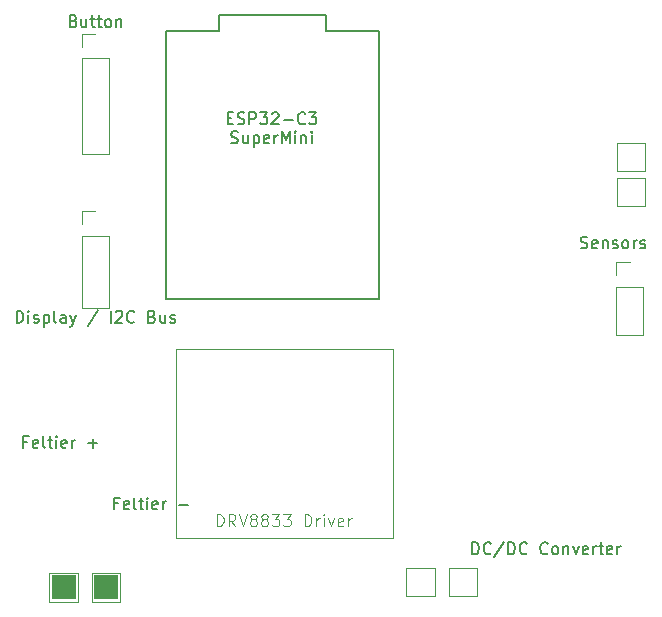
<source format=gbr>
%TF.GenerationSoftware,KiCad,Pcbnew,9.0.2*%
%TF.CreationDate,2025-05-23T14:51:07+09:00*%
%TF.ProjectId,__,78912e6b-6963-4616-945f-706362585858,rev?*%
%TF.SameCoordinates,Original*%
%TF.FileFunction,Legend,Top*%
%TF.FilePolarity,Positive*%
%FSLAX46Y46*%
G04 Gerber Fmt 4.6, Leading zero omitted, Abs format (unit mm)*
G04 Created by KiCad (PCBNEW 9.0.2) date 2025-05-23 14:51:07*
%MOMM*%
%LPD*%
G01*
G04 APERTURE LIST*
%ADD10C,0.150000*%
%ADD11C,0.100000*%
%ADD12C,0.120000*%
%ADD13C,0.127000*%
%ADD14R,2.000000X2.000000*%
G04 APERTURE END LIST*
D10*
X48161904Y-24187200D02*
X48304761Y-24234819D01*
X48304761Y-24234819D02*
X48542856Y-24234819D01*
X48542856Y-24234819D02*
X48638094Y-24187200D01*
X48638094Y-24187200D02*
X48685713Y-24139580D01*
X48685713Y-24139580D02*
X48733332Y-24044342D01*
X48733332Y-24044342D02*
X48733332Y-23949104D01*
X48733332Y-23949104D02*
X48685713Y-23853866D01*
X48685713Y-23853866D02*
X48638094Y-23806247D01*
X48638094Y-23806247D02*
X48542856Y-23758628D01*
X48542856Y-23758628D02*
X48352380Y-23711009D01*
X48352380Y-23711009D02*
X48257142Y-23663390D01*
X48257142Y-23663390D02*
X48209523Y-23615771D01*
X48209523Y-23615771D02*
X48161904Y-23520533D01*
X48161904Y-23520533D02*
X48161904Y-23425295D01*
X48161904Y-23425295D02*
X48209523Y-23330057D01*
X48209523Y-23330057D02*
X48257142Y-23282438D01*
X48257142Y-23282438D02*
X48352380Y-23234819D01*
X48352380Y-23234819D02*
X48590475Y-23234819D01*
X48590475Y-23234819D02*
X48733332Y-23282438D01*
X49542856Y-24187200D02*
X49447618Y-24234819D01*
X49447618Y-24234819D02*
X49257142Y-24234819D01*
X49257142Y-24234819D02*
X49161904Y-24187200D01*
X49161904Y-24187200D02*
X49114285Y-24091961D01*
X49114285Y-24091961D02*
X49114285Y-23711009D01*
X49114285Y-23711009D02*
X49161904Y-23615771D01*
X49161904Y-23615771D02*
X49257142Y-23568152D01*
X49257142Y-23568152D02*
X49447618Y-23568152D01*
X49447618Y-23568152D02*
X49542856Y-23615771D01*
X49542856Y-23615771D02*
X49590475Y-23711009D01*
X49590475Y-23711009D02*
X49590475Y-23806247D01*
X49590475Y-23806247D02*
X49114285Y-23901485D01*
X50019047Y-23568152D02*
X50019047Y-24234819D01*
X50019047Y-23663390D02*
X50066666Y-23615771D01*
X50066666Y-23615771D02*
X50161904Y-23568152D01*
X50161904Y-23568152D02*
X50304761Y-23568152D01*
X50304761Y-23568152D02*
X50399999Y-23615771D01*
X50399999Y-23615771D02*
X50447618Y-23711009D01*
X50447618Y-23711009D02*
X50447618Y-24234819D01*
X50876190Y-24187200D02*
X50971428Y-24234819D01*
X50971428Y-24234819D02*
X51161904Y-24234819D01*
X51161904Y-24234819D02*
X51257142Y-24187200D01*
X51257142Y-24187200D02*
X51304761Y-24091961D01*
X51304761Y-24091961D02*
X51304761Y-24044342D01*
X51304761Y-24044342D02*
X51257142Y-23949104D01*
X51257142Y-23949104D02*
X51161904Y-23901485D01*
X51161904Y-23901485D02*
X51019047Y-23901485D01*
X51019047Y-23901485D02*
X50923809Y-23853866D01*
X50923809Y-23853866D02*
X50876190Y-23758628D01*
X50876190Y-23758628D02*
X50876190Y-23711009D01*
X50876190Y-23711009D02*
X50923809Y-23615771D01*
X50923809Y-23615771D02*
X51019047Y-23568152D01*
X51019047Y-23568152D02*
X51161904Y-23568152D01*
X51161904Y-23568152D02*
X51257142Y-23615771D01*
X51876190Y-24234819D02*
X51780952Y-24187200D01*
X51780952Y-24187200D02*
X51733333Y-24139580D01*
X51733333Y-24139580D02*
X51685714Y-24044342D01*
X51685714Y-24044342D02*
X51685714Y-23758628D01*
X51685714Y-23758628D02*
X51733333Y-23663390D01*
X51733333Y-23663390D02*
X51780952Y-23615771D01*
X51780952Y-23615771D02*
X51876190Y-23568152D01*
X51876190Y-23568152D02*
X52019047Y-23568152D01*
X52019047Y-23568152D02*
X52114285Y-23615771D01*
X52114285Y-23615771D02*
X52161904Y-23663390D01*
X52161904Y-23663390D02*
X52209523Y-23758628D01*
X52209523Y-23758628D02*
X52209523Y-24044342D01*
X52209523Y-24044342D02*
X52161904Y-24139580D01*
X52161904Y-24139580D02*
X52114285Y-24187200D01*
X52114285Y-24187200D02*
X52019047Y-24234819D01*
X52019047Y-24234819D02*
X51876190Y-24234819D01*
X52638095Y-24234819D02*
X52638095Y-23568152D01*
X52638095Y-23758628D02*
X52685714Y-23663390D01*
X52685714Y-23663390D02*
X52733333Y-23615771D01*
X52733333Y-23615771D02*
X52828571Y-23568152D01*
X52828571Y-23568152D02*
X52923809Y-23568152D01*
X53209524Y-24187200D02*
X53304762Y-24234819D01*
X53304762Y-24234819D02*
X53495238Y-24234819D01*
X53495238Y-24234819D02*
X53590476Y-24187200D01*
X53590476Y-24187200D02*
X53638095Y-24091961D01*
X53638095Y-24091961D02*
X53638095Y-24044342D01*
X53638095Y-24044342D02*
X53590476Y-23949104D01*
X53590476Y-23949104D02*
X53495238Y-23901485D01*
X53495238Y-23901485D02*
X53352381Y-23901485D01*
X53352381Y-23901485D02*
X53257143Y-23853866D01*
X53257143Y-23853866D02*
X53209524Y-23758628D01*
X53209524Y-23758628D02*
X53209524Y-23711009D01*
X53209524Y-23711009D02*
X53257143Y-23615771D01*
X53257143Y-23615771D02*
X53352381Y-23568152D01*
X53352381Y-23568152D02*
X53495238Y-23568152D01*
X53495238Y-23568152D02*
X53590476Y-23615771D01*
D11*
X17357142Y-47757419D02*
X17357142Y-46757419D01*
X17357142Y-46757419D02*
X17595237Y-46757419D01*
X17595237Y-46757419D02*
X17738094Y-46805038D01*
X17738094Y-46805038D02*
X17833332Y-46900276D01*
X17833332Y-46900276D02*
X17880951Y-46995514D01*
X17880951Y-46995514D02*
X17928570Y-47185990D01*
X17928570Y-47185990D02*
X17928570Y-47328847D01*
X17928570Y-47328847D02*
X17880951Y-47519323D01*
X17880951Y-47519323D02*
X17833332Y-47614561D01*
X17833332Y-47614561D02*
X17738094Y-47709800D01*
X17738094Y-47709800D02*
X17595237Y-47757419D01*
X17595237Y-47757419D02*
X17357142Y-47757419D01*
X18928570Y-47757419D02*
X18595237Y-47281228D01*
X18357142Y-47757419D02*
X18357142Y-46757419D01*
X18357142Y-46757419D02*
X18738094Y-46757419D01*
X18738094Y-46757419D02*
X18833332Y-46805038D01*
X18833332Y-46805038D02*
X18880951Y-46852657D01*
X18880951Y-46852657D02*
X18928570Y-46947895D01*
X18928570Y-46947895D02*
X18928570Y-47090752D01*
X18928570Y-47090752D02*
X18880951Y-47185990D01*
X18880951Y-47185990D02*
X18833332Y-47233609D01*
X18833332Y-47233609D02*
X18738094Y-47281228D01*
X18738094Y-47281228D02*
X18357142Y-47281228D01*
X19214285Y-46757419D02*
X19547618Y-47757419D01*
X19547618Y-47757419D02*
X19880951Y-46757419D01*
X20357142Y-47185990D02*
X20261904Y-47138371D01*
X20261904Y-47138371D02*
X20214285Y-47090752D01*
X20214285Y-47090752D02*
X20166666Y-46995514D01*
X20166666Y-46995514D02*
X20166666Y-46947895D01*
X20166666Y-46947895D02*
X20214285Y-46852657D01*
X20214285Y-46852657D02*
X20261904Y-46805038D01*
X20261904Y-46805038D02*
X20357142Y-46757419D01*
X20357142Y-46757419D02*
X20547618Y-46757419D01*
X20547618Y-46757419D02*
X20642856Y-46805038D01*
X20642856Y-46805038D02*
X20690475Y-46852657D01*
X20690475Y-46852657D02*
X20738094Y-46947895D01*
X20738094Y-46947895D02*
X20738094Y-46995514D01*
X20738094Y-46995514D02*
X20690475Y-47090752D01*
X20690475Y-47090752D02*
X20642856Y-47138371D01*
X20642856Y-47138371D02*
X20547618Y-47185990D01*
X20547618Y-47185990D02*
X20357142Y-47185990D01*
X20357142Y-47185990D02*
X20261904Y-47233609D01*
X20261904Y-47233609D02*
X20214285Y-47281228D01*
X20214285Y-47281228D02*
X20166666Y-47376466D01*
X20166666Y-47376466D02*
X20166666Y-47566942D01*
X20166666Y-47566942D02*
X20214285Y-47662180D01*
X20214285Y-47662180D02*
X20261904Y-47709800D01*
X20261904Y-47709800D02*
X20357142Y-47757419D01*
X20357142Y-47757419D02*
X20547618Y-47757419D01*
X20547618Y-47757419D02*
X20642856Y-47709800D01*
X20642856Y-47709800D02*
X20690475Y-47662180D01*
X20690475Y-47662180D02*
X20738094Y-47566942D01*
X20738094Y-47566942D02*
X20738094Y-47376466D01*
X20738094Y-47376466D02*
X20690475Y-47281228D01*
X20690475Y-47281228D02*
X20642856Y-47233609D01*
X20642856Y-47233609D02*
X20547618Y-47185990D01*
X21309523Y-47185990D02*
X21214285Y-47138371D01*
X21214285Y-47138371D02*
X21166666Y-47090752D01*
X21166666Y-47090752D02*
X21119047Y-46995514D01*
X21119047Y-46995514D02*
X21119047Y-46947895D01*
X21119047Y-46947895D02*
X21166666Y-46852657D01*
X21166666Y-46852657D02*
X21214285Y-46805038D01*
X21214285Y-46805038D02*
X21309523Y-46757419D01*
X21309523Y-46757419D02*
X21499999Y-46757419D01*
X21499999Y-46757419D02*
X21595237Y-46805038D01*
X21595237Y-46805038D02*
X21642856Y-46852657D01*
X21642856Y-46852657D02*
X21690475Y-46947895D01*
X21690475Y-46947895D02*
X21690475Y-46995514D01*
X21690475Y-46995514D02*
X21642856Y-47090752D01*
X21642856Y-47090752D02*
X21595237Y-47138371D01*
X21595237Y-47138371D02*
X21499999Y-47185990D01*
X21499999Y-47185990D02*
X21309523Y-47185990D01*
X21309523Y-47185990D02*
X21214285Y-47233609D01*
X21214285Y-47233609D02*
X21166666Y-47281228D01*
X21166666Y-47281228D02*
X21119047Y-47376466D01*
X21119047Y-47376466D02*
X21119047Y-47566942D01*
X21119047Y-47566942D02*
X21166666Y-47662180D01*
X21166666Y-47662180D02*
X21214285Y-47709800D01*
X21214285Y-47709800D02*
X21309523Y-47757419D01*
X21309523Y-47757419D02*
X21499999Y-47757419D01*
X21499999Y-47757419D02*
X21595237Y-47709800D01*
X21595237Y-47709800D02*
X21642856Y-47662180D01*
X21642856Y-47662180D02*
X21690475Y-47566942D01*
X21690475Y-47566942D02*
X21690475Y-47376466D01*
X21690475Y-47376466D02*
X21642856Y-47281228D01*
X21642856Y-47281228D02*
X21595237Y-47233609D01*
X21595237Y-47233609D02*
X21499999Y-47185990D01*
X22023809Y-46757419D02*
X22642856Y-46757419D01*
X22642856Y-46757419D02*
X22309523Y-47138371D01*
X22309523Y-47138371D02*
X22452380Y-47138371D01*
X22452380Y-47138371D02*
X22547618Y-47185990D01*
X22547618Y-47185990D02*
X22595237Y-47233609D01*
X22595237Y-47233609D02*
X22642856Y-47328847D01*
X22642856Y-47328847D02*
X22642856Y-47566942D01*
X22642856Y-47566942D02*
X22595237Y-47662180D01*
X22595237Y-47662180D02*
X22547618Y-47709800D01*
X22547618Y-47709800D02*
X22452380Y-47757419D01*
X22452380Y-47757419D02*
X22166666Y-47757419D01*
X22166666Y-47757419D02*
X22071428Y-47709800D01*
X22071428Y-47709800D02*
X22023809Y-47662180D01*
X22976190Y-46757419D02*
X23595237Y-46757419D01*
X23595237Y-46757419D02*
X23261904Y-47138371D01*
X23261904Y-47138371D02*
X23404761Y-47138371D01*
X23404761Y-47138371D02*
X23499999Y-47185990D01*
X23499999Y-47185990D02*
X23547618Y-47233609D01*
X23547618Y-47233609D02*
X23595237Y-47328847D01*
X23595237Y-47328847D02*
X23595237Y-47566942D01*
X23595237Y-47566942D02*
X23547618Y-47662180D01*
X23547618Y-47662180D02*
X23499999Y-47709800D01*
X23499999Y-47709800D02*
X23404761Y-47757419D01*
X23404761Y-47757419D02*
X23119047Y-47757419D01*
X23119047Y-47757419D02*
X23023809Y-47709800D01*
X23023809Y-47709800D02*
X22976190Y-47662180D01*
X24785714Y-47757419D02*
X24785714Y-46757419D01*
X24785714Y-46757419D02*
X25023809Y-46757419D01*
X25023809Y-46757419D02*
X25166666Y-46805038D01*
X25166666Y-46805038D02*
X25261904Y-46900276D01*
X25261904Y-46900276D02*
X25309523Y-46995514D01*
X25309523Y-46995514D02*
X25357142Y-47185990D01*
X25357142Y-47185990D02*
X25357142Y-47328847D01*
X25357142Y-47328847D02*
X25309523Y-47519323D01*
X25309523Y-47519323D02*
X25261904Y-47614561D01*
X25261904Y-47614561D02*
X25166666Y-47709800D01*
X25166666Y-47709800D02*
X25023809Y-47757419D01*
X25023809Y-47757419D02*
X24785714Y-47757419D01*
X25785714Y-47757419D02*
X25785714Y-47090752D01*
X25785714Y-47281228D02*
X25833333Y-47185990D01*
X25833333Y-47185990D02*
X25880952Y-47138371D01*
X25880952Y-47138371D02*
X25976190Y-47090752D01*
X25976190Y-47090752D02*
X26071428Y-47090752D01*
X26404762Y-47757419D02*
X26404762Y-47090752D01*
X26404762Y-46757419D02*
X26357143Y-46805038D01*
X26357143Y-46805038D02*
X26404762Y-46852657D01*
X26404762Y-46852657D02*
X26452381Y-46805038D01*
X26452381Y-46805038D02*
X26404762Y-46757419D01*
X26404762Y-46757419D02*
X26404762Y-46852657D01*
X26785714Y-47090752D02*
X27023809Y-47757419D01*
X27023809Y-47757419D02*
X27261904Y-47090752D01*
X28023809Y-47709800D02*
X27928571Y-47757419D01*
X27928571Y-47757419D02*
X27738095Y-47757419D01*
X27738095Y-47757419D02*
X27642857Y-47709800D01*
X27642857Y-47709800D02*
X27595238Y-47614561D01*
X27595238Y-47614561D02*
X27595238Y-47233609D01*
X27595238Y-47233609D02*
X27642857Y-47138371D01*
X27642857Y-47138371D02*
X27738095Y-47090752D01*
X27738095Y-47090752D02*
X27928571Y-47090752D01*
X27928571Y-47090752D02*
X28023809Y-47138371D01*
X28023809Y-47138371D02*
X28071428Y-47233609D01*
X28071428Y-47233609D02*
X28071428Y-47328847D01*
X28071428Y-47328847D02*
X27595238Y-47424085D01*
X28500000Y-47757419D02*
X28500000Y-47090752D01*
X28500000Y-47281228D02*
X28547619Y-47185990D01*
X28547619Y-47185990D02*
X28595238Y-47138371D01*
X28595238Y-47138371D02*
X28690476Y-47090752D01*
X28690476Y-47090752D02*
X28785714Y-47090752D01*
D10*
X38985713Y-50134819D02*
X38985713Y-49134819D01*
X38985713Y-49134819D02*
X39223808Y-49134819D01*
X39223808Y-49134819D02*
X39366665Y-49182438D01*
X39366665Y-49182438D02*
X39461903Y-49277676D01*
X39461903Y-49277676D02*
X39509522Y-49372914D01*
X39509522Y-49372914D02*
X39557141Y-49563390D01*
X39557141Y-49563390D02*
X39557141Y-49706247D01*
X39557141Y-49706247D02*
X39509522Y-49896723D01*
X39509522Y-49896723D02*
X39461903Y-49991961D01*
X39461903Y-49991961D02*
X39366665Y-50087200D01*
X39366665Y-50087200D02*
X39223808Y-50134819D01*
X39223808Y-50134819D02*
X38985713Y-50134819D01*
X40557141Y-50039580D02*
X40509522Y-50087200D01*
X40509522Y-50087200D02*
X40366665Y-50134819D01*
X40366665Y-50134819D02*
X40271427Y-50134819D01*
X40271427Y-50134819D02*
X40128570Y-50087200D01*
X40128570Y-50087200D02*
X40033332Y-49991961D01*
X40033332Y-49991961D02*
X39985713Y-49896723D01*
X39985713Y-49896723D02*
X39938094Y-49706247D01*
X39938094Y-49706247D02*
X39938094Y-49563390D01*
X39938094Y-49563390D02*
X39985713Y-49372914D01*
X39985713Y-49372914D02*
X40033332Y-49277676D01*
X40033332Y-49277676D02*
X40128570Y-49182438D01*
X40128570Y-49182438D02*
X40271427Y-49134819D01*
X40271427Y-49134819D02*
X40366665Y-49134819D01*
X40366665Y-49134819D02*
X40509522Y-49182438D01*
X40509522Y-49182438D02*
X40557141Y-49230057D01*
X41699998Y-49087200D02*
X40842856Y-50372914D01*
X42033332Y-50134819D02*
X42033332Y-49134819D01*
X42033332Y-49134819D02*
X42271427Y-49134819D01*
X42271427Y-49134819D02*
X42414284Y-49182438D01*
X42414284Y-49182438D02*
X42509522Y-49277676D01*
X42509522Y-49277676D02*
X42557141Y-49372914D01*
X42557141Y-49372914D02*
X42604760Y-49563390D01*
X42604760Y-49563390D02*
X42604760Y-49706247D01*
X42604760Y-49706247D02*
X42557141Y-49896723D01*
X42557141Y-49896723D02*
X42509522Y-49991961D01*
X42509522Y-49991961D02*
X42414284Y-50087200D01*
X42414284Y-50087200D02*
X42271427Y-50134819D01*
X42271427Y-50134819D02*
X42033332Y-50134819D01*
X43604760Y-50039580D02*
X43557141Y-50087200D01*
X43557141Y-50087200D02*
X43414284Y-50134819D01*
X43414284Y-50134819D02*
X43319046Y-50134819D01*
X43319046Y-50134819D02*
X43176189Y-50087200D01*
X43176189Y-50087200D02*
X43080951Y-49991961D01*
X43080951Y-49991961D02*
X43033332Y-49896723D01*
X43033332Y-49896723D02*
X42985713Y-49706247D01*
X42985713Y-49706247D02*
X42985713Y-49563390D01*
X42985713Y-49563390D02*
X43033332Y-49372914D01*
X43033332Y-49372914D02*
X43080951Y-49277676D01*
X43080951Y-49277676D02*
X43176189Y-49182438D01*
X43176189Y-49182438D02*
X43319046Y-49134819D01*
X43319046Y-49134819D02*
X43414284Y-49134819D01*
X43414284Y-49134819D02*
X43557141Y-49182438D01*
X43557141Y-49182438D02*
X43604760Y-49230057D01*
X45366665Y-50039580D02*
X45319046Y-50087200D01*
X45319046Y-50087200D02*
X45176189Y-50134819D01*
X45176189Y-50134819D02*
X45080951Y-50134819D01*
X45080951Y-50134819D02*
X44938094Y-50087200D01*
X44938094Y-50087200D02*
X44842856Y-49991961D01*
X44842856Y-49991961D02*
X44795237Y-49896723D01*
X44795237Y-49896723D02*
X44747618Y-49706247D01*
X44747618Y-49706247D02*
X44747618Y-49563390D01*
X44747618Y-49563390D02*
X44795237Y-49372914D01*
X44795237Y-49372914D02*
X44842856Y-49277676D01*
X44842856Y-49277676D02*
X44938094Y-49182438D01*
X44938094Y-49182438D02*
X45080951Y-49134819D01*
X45080951Y-49134819D02*
X45176189Y-49134819D01*
X45176189Y-49134819D02*
X45319046Y-49182438D01*
X45319046Y-49182438D02*
X45366665Y-49230057D01*
X45938094Y-50134819D02*
X45842856Y-50087200D01*
X45842856Y-50087200D02*
X45795237Y-50039580D01*
X45795237Y-50039580D02*
X45747618Y-49944342D01*
X45747618Y-49944342D02*
X45747618Y-49658628D01*
X45747618Y-49658628D02*
X45795237Y-49563390D01*
X45795237Y-49563390D02*
X45842856Y-49515771D01*
X45842856Y-49515771D02*
X45938094Y-49468152D01*
X45938094Y-49468152D02*
X46080951Y-49468152D01*
X46080951Y-49468152D02*
X46176189Y-49515771D01*
X46176189Y-49515771D02*
X46223808Y-49563390D01*
X46223808Y-49563390D02*
X46271427Y-49658628D01*
X46271427Y-49658628D02*
X46271427Y-49944342D01*
X46271427Y-49944342D02*
X46223808Y-50039580D01*
X46223808Y-50039580D02*
X46176189Y-50087200D01*
X46176189Y-50087200D02*
X46080951Y-50134819D01*
X46080951Y-50134819D02*
X45938094Y-50134819D01*
X46699999Y-49468152D02*
X46699999Y-50134819D01*
X46699999Y-49563390D02*
X46747618Y-49515771D01*
X46747618Y-49515771D02*
X46842856Y-49468152D01*
X46842856Y-49468152D02*
X46985713Y-49468152D01*
X46985713Y-49468152D02*
X47080951Y-49515771D01*
X47080951Y-49515771D02*
X47128570Y-49611009D01*
X47128570Y-49611009D02*
X47128570Y-50134819D01*
X47509523Y-49468152D02*
X47747618Y-50134819D01*
X47747618Y-50134819D02*
X47985713Y-49468152D01*
X48747618Y-50087200D02*
X48652380Y-50134819D01*
X48652380Y-50134819D02*
X48461904Y-50134819D01*
X48461904Y-50134819D02*
X48366666Y-50087200D01*
X48366666Y-50087200D02*
X48319047Y-49991961D01*
X48319047Y-49991961D02*
X48319047Y-49611009D01*
X48319047Y-49611009D02*
X48366666Y-49515771D01*
X48366666Y-49515771D02*
X48461904Y-49468152D01*
X48461904Y-49468152D02*
X48652380Y-49468152D01*
X48652380Y-49468152D02*
X48747618Y-49515771D01*
X48747618Y-49515771D02*
X48795237Y-49611009D01*
X48795237Y-49611009D02*
X48795237Y-49706247D01*
X48795237Y-49706247D02*
X48319047Y-49801485D01*
X49223809Y-50134819D02*
X49223809Y-49468152D01*
X49223809Y-49658628D02*
X49271428Y-49563390D01*
X49271428Y-49563390D02*
X49319047Y-49515771D01*
X49319047Y-49515771D02*
X49414285Y-49468152D01*
X49414285Y-49468152D02*
X49509523Y-49468152D01*
X49700000Y-49468152D02*
X50080952Y-49468152D01*
X49842857Y-49134819D02*
X49842857Y-49991961D01*
X49842857Y-49991961D02*
X49890476Y-50087200D01*
X49890476Y-50087200D02*
X49985714Y-50134819D01*
X49985714Y-50134819D02*
X50080952Y-50134819D01*
X50795238Y-50087200D02*
X50700000Y-50134819D01*
X50700000Y-50134819D02*
X50509524Y-50134819D01*
X50509524Y-50134819D02*
X50414286Y-50087200D01*
X50414286Y-50087200D02*
X50366667Y-49991961D01*
X50366667Y-49991961D02*
X50366667Y-49611009D01*
X50366667Y-49611009D02*
X50414286Y-49515771D01*
X50414286Y-49515771D02*
X50509524Y-49468152D01*
X50509524Y-49468152D02*
X50700000Y-49468152D01*
X50700000Y-49468152D02*
X50795238Y-49515771D01*
X50795238Y-49515771D02*
X50842857Y-49611009D01*
X50842857Y-49611009D02*
X50842857Y-49706247D01*
X50842857Y-49706247D02*
X50366667Y-49801485D01*
X51271429Y-50134819D02*
X51271429Y-49468152D01*
X51271429Y-49658628D02*
X51319048Y-49563390D01*
X51319048Y-49563390D02*
X51366667Y-49515771D01*
X51366667Y-49515771D02*
X51461905Y-49468152D01*
X51461905Y-49468152D02*
X51557143Y-49468152D01*
X1290475Y-40611009D02*
X957142Y-40611009D01*
X957142Y-41134819D02*
X957142Y-40134819D01*
X957142Y-40134819D02*
X1433332Y-40134819D01*
X2195237Y-41087200D02*
X2099999Y-41134819D01*
X2099999Y-41134819D02*
X1909523Y-41134819D01*
X1909523Y-41134819D02*
X1814285Y-41087200D01*
X1814285Y-41087200D02*
X1766666Y-40991961D01*
X1766666Y-40991961D02*
X1766666Y-40611009D01*
X1766666Y-40611009D02*
X1814285Y-40515771D01*
X1814285Y-40515771D02*
X1909523Y-40468152D01*
X1909523Y-40468152D02*
X2099999Y-40468152D01*
X2099999Y-40468152D02*
X2195237Y-40515771D01*
X2195237Y-40515771D02*
X2242856Y-40611009D01*
X2242856Y-40611009D02*
X2242856Y-40706247D01*
X2242856Y-40706247D02*
X1766666Y-40801485D01*
X2814285Y-41134819D02*
X2719047Y-41087200D01*
X2719047Y-41087200D02*
X2671428Y-40991961D01*
X2671428Y-40991961D02*
X2671428Y-40134819D01*
X3052381Y-40468152D02*
X3433333Y-40468152D01*
X3195238Y-40134819D02*
X3195238Y-40991961D01*
X3195238Y-40991961D02*
X3242857Y-41087200D01*
X3242857Y-41087200D02*
X3338095Y-41134819D01*
X3338095Y-41134819D02*
X3433333Y-41134819D01*
X3766667Y-41134819D02*
X3766667Y-40468152D01*
X3766667Y-40134819D02*
X3719048Y-40182438D01*
X3719048Y-40182438D02*
X3766667Y-40230057D01*
X3766667Y-40230057D02*
X3814286Y-40182438D01*
X3814286Y-40182438D02*
X3766667Y-40134819D01*
X3766667Y-40134819D02*
X3766667Y-40230057D01*
X4623809Y-41087200D02*
X4528571Y-41134819D01*
X4528571Y-41134819D02*
X4338095Y-41134819D01*
X4338095Y-41134819D02*
X4242857Y-41087200D01*
X4242857Y-41087200D02*
X4195238Y-40991961D01*
X4195238Y-40991961D02*
X4195238Y-40611009D01*
X4195238Y-40611009D02*
X4242857Y-40515771D01*
X4242857Y-40515771D02*
X4338095Y-40468152D01*
X4338095Y-40468152D02*
X4528571Y-40468152D01*
X4528571Y-40468152D02*
X4623809Y-40515771D01*
X4623809Y-40515771D02*
X4671428Y-40611009D01*
X4671428Y-40611009D02*
X4671428Y-40706247D01*
X4671428Y-40706247D02*
X4195238Y-40801485D01*
X5100000Y-41134819D02*
X5100000Y-40468152D01*
X5100000Y-40658628D02*
X5147619Y-40563390D01*
X5147619Y-40563390D02*
X5195238Y-40515771D01*
X5195238Y-40515771D02*
X5290476Y-40468152D01*
X5290476Y-40468152D02*
X5385714Y-40468152D01*
X6480953Y-40753866D02*
X7242858Y-40753866D01*
X6861905Y-41134819D02*
X6861905Y-40372914D01*
X5222856Y-4981009D02*
X5365713Y-5028628D01*
X5365713Y-5028628D02*
X5413332Y-5076247D01*
X5413332Y-5076247D02*
X5460951Y-5171485D01*
X5460951Y-5171485D02*
X5460951Y-5314342D01*
X5460951Y-5314342D02*
X5413332Y-5409580D01*
X5413332Y-5409580D02*
X5365713Y-5457200D01*
X5365713Y-5457200D02*
X5270475Y-5504819D01*
X5270475Y-5504819D02*
X4889523Y-5504819D01*
X4889523Y-5504819D02*
X4889523Y-4504819D01*
X4889523Y-4504819D02*
X5222856Y-4504819D01*
X5222856Y-4504819D02*
X5318094Y-4552438D01*
X5318094Y-4552438D02*
X5365713Y-4600057D01*
X5365713Y-4600057D02*
X5413332Y-4695295D01*
X5413332Y-4695295D02*
X5413332Y-4790533D01*
X5413332Y-4790533D02*
X5365713Y-4885771D01*
X5365713Y-4885771D02*
X5318094Y-4933390D01*
X5318094Y-4933390D02*
X5222856Y-4981009D01*
X5222856Y-4981009D02*
X4889523Y-4981009D01*
X6318094Y-4838152D02*
X6318094Y-5504819D01*
X5889523Y-4838152D02*
X5889523Y-5361961D01*
X5889523Y-5361961D02*
X5937142Y-5457200D01*
X5937142Y-5457200D02*
X6032380Y-5504819D01*
X6032380Y-5504819D02*
X6175237Y-5504819D01*
X6175237Y-5504819D02*
X6270475Y-5457200D01*
X6270475Y-5457200D02*
X6318094Y-5409580D01*
X6651428Y-4838152D02*
X7032380Y-4838152D01*
X6794285Y-4504819D02*
X6794285Y-5361961D01*
X6794285Y-5361961D02*
X6841904Y-5457200D01*
X6841904Y-5457200D02*
X6937142Y-5504819D01*
X6937142Y-5504819D02*
X7032380Y-5504819D01*
X7222857Y-4838152D02*
X7603809Y-4838152D01*
X7365714Y-4504819D02*
X7365714Y-5361961D01*
X7365714Y-5361961D02*
X7413333Y-5457200D01*
X7413333Y-5457200D02*
X7508571Y-5504819D01*
X7508571Y-5504819D02*
X7603809Y-5504819D01*
X8080000Y-5504819D02*
X7984762Y-5457200D01*
X7984762Y-5457200D02*
X7937143Y-5409580D01*
X7937143Y-5409580D02*
X7889524Y-5314342D01*
X7889524Y-5314342D02*
X7889524Y-5028628D01*
X7889524Y-5028628D02*
X7937143Y-4933390D01*
X7937143Y-4933390D02*
X7984762Y-4885771D01*
X7984762Y-4885771D02*
X8080000Y-4838152D01*
X8080000Y-4838152D02*
X8222857Y-4838152D01*
X8222857Y-4838152D02*
X8318095Y-4885771D01*
X8318095Y-4885771D02*
X8365714Y-4933390D01*
X8365714Y-4933390D02*
X8413333Y-5028628D01*
X8413333Y-5028628D02*
X8413333Y-5314342D01*
X8413333Y-5314342D02*
X8365714Y-5409580D01*
X8365714Y-5409580D02*
X8318095Y-5457200D01*
X8318095Y-5457200D02*
X8222857Y-5504819D01*
X8222857Y-5504819D02*
X8080000Y-5504819D01*
X8841905Y-4838152D02*
X8841905Y-5504819D01*
X8841905Y-4933390D02*
X8889524Y-4885771D01*
X8889524Y-4885771D02*
X8984762Y-4838152D01*
X8984762Y-4838152D02*
X9127619Y-4838152D01*
X9127619Y-4838152D02*
X9222857Y-4885771D01*
X9222857Y-4885771D02*
X9270476Y-4981009D01*
X9270476Y-4981009D02*
X9270476Y-5504819D01*
X18261905Y-13206037D02*
X18595238Y-13206037D01*
X18738095Y-13729847D02*
X18261905Y-13729847D01*
X18261905Y-13729847D02*
X18261905Y-12729847D01*
X18261905Y-12729847D02*
X18738095Y-12729847D01*
X19119048Y-13682228D02*
X19261905Y-13729847D01*
X19261905Y-13729847D02*
X19500000Y-13729847D01*
X19500000Y-13729847D02*
X19595238Y-13682228D01*
X19595238Y-13682228D02*
X19642857Y-13634608D01*
X19642857Y-13634608D02*
X19690476Y-13539370D01*
X19690476Y-13539370D02*
X19690476Y-13444132D01*
X19690476Y-13444132D02*
X19642857Y-13348894D01*
X19642857Y-13348894D02*
X19595238Y-13301275D01*
X19595238Y-13301275D02*
X19500000Y-13253656D01*
X19500000Y-13253656D02*
X19309524Y-13206037D01*
X19309524Y-13206037D02*
X19214286Y-13158418D01*
X19214286Y-13158418D02*
X19166667Y-13110799D01*
X19166667Y-13110799D02*
X19119048Y-13015561D01*
X19119048Y-13015561D02*
X19119048Y-12920323D01*
X19119048Y-12920323D02*
X19166667Y-12825085D01*
X19166667Y-12825085D02*
X19214286Y-12777466D01*
X19214286Y-12777466D02*
X19309524Y-12729847D01*
X19309524Y-12729847D02*
X19547619Y-12729847D01*
X19547619Y-12729847D02*
X19690476Y-12777466D01*
X20119048Y-13729847D02*
X20119048Y-12729847D01*
X20119048Y-12729847D02*
X20500000Y-12729847D01*
X20500000Y-12729847D02*
X20595238Y-12777466D01*
X20595238Y-12777466D02*
X20642857Y-12825085D01*
X20642857Y-12825085D02*
X20690476Y-12920323D01*
X20690476Y-12920323D02*
X20690476Y-13063180D01*
X20690476Y-13063180D02*
X20642857Y-13158418D01*
X20642857Y-13158418D02*
X20595238Y-13206037D01*
X20595238Y-13206037D02*
X20500000Y-13253656D01*
X20500000Y-13253656D02*
X20119048Y-13253656D01*
X21023810Y-12729847D02*
X21642857Y-12729847D01*
X21642857Y-12729847D02*
X21309524Y-13110799D01*
X21309524Y-13110799D02*
X21452381Y-13110799D01*
X21452381Y-13110799D02*
X21547619Y-13158418D01*
X21547619Y-13158418D02*
X21595238Y-13206037D01*
X21595238Y-13206037D02*
X21642857Y-13301275D01*
X21642857Y-13301275D02*
X21642857Y-13539370D01*
X21642857Y-13539370D02*
X21595238Y-13634608D01*
X21595238Y-13634608D02*
X21547619Y-13682228D01*
X21547619Y-13682228D02*
X21452381Y-13729847D01*
X21452381Y-13729847D02*
X21166667Y-13729847D01*
X21166667Y-13729847D02*
X21071429Y-13682228D01*
X21071429Y-13682228D02*
X21023810Y-13634608D01*
X22023810Y-12825085D02*
X22071429Y-12777466D01*
X22071429Y-12777466D02*
X22166667Y-12729847D01*
X22166667Y-12729847D02*
X22404762Y-12729847D01*
X22404762Y-12729847D02*
X22500000Y-12777466D01*
X22500000Y-12777466D02*
X22547619Y-12825085D01*
X22547619Y-12825085D02*
X22595238Y-12920323D01*
X22595238Y-12920323D02*
X22595238Y-13015561D01*
X22595238Y-13015561D02*
X22547619Y-13158418D01*
X22547619Y-13158418D02*
X21976191Y-13729847D01*
X21976191Y-13729847D02*
X22595238Y-13729847D01*
X23023810Y-13348894D02*
X23785715Y-13348894D01*
X24833333Y-13634608D02*
X24785714Y-13682228D01*
X24785714Y-13682228D02*
X24642857Y-13729847D01*
X24642857Y-13729847D02*
X24547619Y-13729847D01*
X24547619Y-13729847D02*
X24404762Y-13682228D01*
X24404762Y-13682228D02*
X24309524Y-13586989D01*
X24309524Y-13586989D02*
X24261905Y-13491751D01*
X24261905Y-13491751D02*
X24214286Y-13301275D01*
X24214286Y-13301275D02*
X24214286Y-13158418D01*
X24214286Y-13158418D02*
X24261905Y-12967942D01*
X24261905Y-12967942D02*
X24309524Y-12872704D01*
X24309524Y-12872704D02*
X24404762Y-12777466D01*
X24404762Y-12777466D02*
X24547619Y-12729847D01*
X24547619Y-12729847D02*
X24642857Y-12729847D01*
X24642857Y-12729847D02*
X24785714Y-12777466D01*
X24785714Y-12777466D02*
X24833333Y-12825085D01*
X25166667Y-12729847D02*
X25785714Y-12729847D01*
X25785714Y-12729847D02*
X25452381Y-13110799D01*
X25452381Y-13110799D02*
X25595238Y-13110799D01*
X25595238Y-13110799D02*
X25690476Y-13158418D01*
X25690476Y-13158418D02*
X25738095Y-13206037D01*
X25738095Y-13206037D02*
X25785714Y-13301275D01*
X25785714Y-13301275D02*
X25785714Y-13539370D01*
X25785714Y-13539370D02*
X25738095Y-13634608D01*
X25738095Y-13634608D02*
X25690476Y-13682228D01*
X25690476Y-13682228D02*
X25595238Y-13729847D01*
X25595238Y-13729847D02*
X25309524Y-13729847D01*
X25309524Y-13729847D02*
X25214286Y-13682228D01*
X25214286Y-13682228D02*
X25166667Y-13634608D01*
X18571429Y-15292172D02*
X18714286Y-15339791D01*
X18714286Y-15339791D02*
X18952381Y-15339791D01*
X18952381Y-15339791D02*
X19047619Y-15292172D01*
X19047619Y-15292172D02*
X19095238Y-15244552D01*
X19095238Y-15244552D02*
X19142857Y-15149314D01*
X19142857Y-15149314D02*
X19142857Y-15054076D01*
X19142857Y-15054076D02*
X19095238Y-14958838D01*
X19095238Y-14958838D02*
X19047619Y-14911219D01*
X19047619Y-14911219D02*
X18952381Y-14863600D01*
X18952381Y-14863600D02*
X18761905Y-14815981D01*
X18761905Y-14815981D02*
X18666667Y-14768362D01*
X18666667Y-14768362D02*
X18619048Y-14720743D01*
X18619048Y-14720743D02*
X18571429Y-14625505D01*
X18571429Y-14625505D02*
X18571429Y-14530267D01*
X18571429Y-14530267D02*
X18619048Y-14435029D01*
X18619048Y-14435029D02*
X18666667Y-14387410D01*
X18666667Y-14387410D02*
X18761905Y-14339791D01*
X18761905Y-14339791D02*
X19000000Y-14339791D01*
X19000000Y-14339791D02*
X19142857Y-14387410D01*
X20000000Y-14673124D02*
X20000000Y-15339791D01*
X19571429Y-14673124D02*
X19571429Y-15196933D01*
X19571429Y-15196933D02*
X19619048Y-15292172D01*
X19619048Y-15292172D02*
X19714286Y-15339791D01*
X19714286Y-15339791D02*
X19857143Y-15339791D01*
X19857143Y-15339791D02*
X19952381Y-15292172D01*
X19952381Y-15292172D02*
X20000000Y-15244552D01*
X20476191Y-14673124D02*
X20476191Y-15673124D01*
X20476191Y-14720743D02*
X20571429Y-14673124D01*
X20571429Y-14673124D02*
X20761905Y-14673124D01*
X20761905Y-14673124D02*
X20857143Y-14720743D01*
X20857143Y-14720743D02*
X20904762Y-14768362D01*
X20904762Y-14768362D02*
X20952381Y-14863600D01*
X20952381Y-14863600D02*
X20952381Y-15149314D01*
X20952381Y-15149314D02*
X20904762Y-15244552D01*
X20904762Y-15244552D02*
X20857143Y-15292172D01*
X20857143Y-15292172D02*
X20761905Y-15339791D01*
X20761905Y-15339791D02*
X20571429Y-15339791D01*
X20571429Y-15339791D02*
X20476191Y-15292172D01*
X21761905Y-15292172D02*
X21666667Y-15339791D01*
X21666667Y-15339791D02*
X21476191Y-15339791D01*
X21476191Y-15339791D02*
X21380953Y-15292172D01*
X21380953Y-15292172D02*
X21333334Y-15196933D01*
X21333334Y-15196933D02*
X21333334Y-14815981D01*
X21333334Y-14815981D02*
X21380953Y-14720743D01*
X21380953Y-14720743D02*
X21476191Y-14673124D01*
X21476191Y-14673124D02*
X21666667Y-14673124D01*
X21666667Y-14673124D02*
X21761905Y-14720743D01*
X21761905Y-14720743D02*
X21809524Y-14815981D01*
X21809524Y-14815981D02*
X21809524Y-14911219D01*
X21809524Y-14911219D02*
X21333334Y-15006457D01*
X22238096Y-15339791D02*
X22238096Y-14673124D01*
X22238096Y-14863600D02*
X22285715Y-14768362D01*
X22285715Y-14768362D02*
X22333334Y-14720743D01*
X22333334Y-14720743D02*
X22428572Y-14673124D01*
X22428572Y-14673124D02*
X22523810Y-14673124D01*
X22857144Y-15339791D02*
X22857144Y-14339791D01*
X22857144Y-14339791D02*
X23190477Y-15054076D01*
X23190477Y-15054076D02*
X23523810Y-14339791D01*
X23523810Y-14339791D02*
X23523810Y-15339791D01*
X24000001Y-15339791D02*
X24000001Y-14673124D01*
X24000001Y-14339791D02*
X23952382Y-14387410D01*
X23952382Y-14387410D02*
X24000001Y-14435029D01*
X24000001Y-14435029D02*
X24047620Y-14387410D01*
X24047620Y-14387410D02*
X24000001Y-14339791D01*
X24000001Y-14339791D02*
X24000001Y-14435029D01*
X24476191Y-14673124D02*
X24476191Y-15339791D01*
X24476191Y-14768362D02*
X24523810Y-14720743D01*
X24523810Y-14720743D02*
X24619048Y-14673124D01*
X24619048Y-14673124D02*
X24761905Y-14673124D01*
X24761905Y-14673124D02*
X24857143Y-14720743D01*
X24857143Y-14720743D02*
X24904762Y-14815981D01*
X24904762Y-14815981D02*
X24904762Y-15339791D01*
X25380953Y-15339791D02*
X25380953Y-14673124D01*
X25380953Y-14339791D02*
X25333334Y-14387410D01*
X25333334Y-14387410D02*
X25380953Y-14435029D01*
X25380953Y-14435029D02*
X25428572Y-14387410D01*
X25428572Y-14387410D02*
X25380953Y-14339791D01*
X25380953Y-14339791D02*
X25380953Y-14435029D01*
X409523Y-30534819D02*
X409523Y-29534819D01*
X409523Y-29534819D02*
X647618Y-29534819D01*
X647618Y-29534819D02*
X790475Y-29582438D01*
X790475Y-29582438D02*
X885713Y-29677676D01*
X885713Y-29677676D02*
X933332Y-29772914D01*
X933332Y-29772914D02*
X980951Y-29963390D01*
X980951Y-29963390D02*
X980951Y-30106247D01*
X980951Y-30106247D02*
X933332Y-30296723D01*
X933332Y-30296723D02*
X885713Y-30391961D01*
X885713Y-30391961D02*
X790475Y-30487200D01*
X790475Y-30487200D02*
X647618Y-30534819D01*
X647618Y-30534819D02*
X409523Y-30534819D01*
X1409523Y-30534819D02*
X1409523Y-29868152D01*
X1409523Y-29534819D02*
X1361904Y-29582438D01*
X1361904Y-29582438D02*
X1409523Y-29630057D01*
X1409523Y-29630057D02*
X1457142Y-29582438D01*
X1457142Y-29582438D02*
X1409523Y-29534819D01*
X1409523Y-29534819D02*
X1409523Y-29630057D01*
X1838094Y-30487200D02*
X1933332Y-30534819D01*
X1933332Y-30534819D02*
X2123808Y-30534819D01*
X2123808Y-30534819D02*
X2219046Y-30487200D01*
X2219046Y-30487200D02*
X2266665Y-30391961D01*
X2266665Y-30391961D02*
X2266665Y-30344342D01*
X2266665Y-30344342D02*
X2219046Y-30249104D01*
X2219046Y-30249104D02*
X2123808Y-30201485D01*
X2123808Y-30201485D02*
X1980951Y-30201485D01*
X1980951Y-30201485D02*
X1885713Y-30153866D01*
X1885713Y-30153866D02*
X1838094Y-30058628D01*
X1838094Y-30058628D02*
X1838094Y-30011009D01*
X1838094Y-30011009D02*
X1885713Y-29915771D01*
X1885713Y-29915771D02*
X1980951Y-29868152D01*
X1980951Y-29868152D02*
X2123808Y-29868152D01*
X2123808Y-29868152D02*
X2219046Y-29915771D01*
X2695237Y-29868152D02*
X2695237Y-30868152D01*
X2695237Y-29915771D02*
X2790475Y-29868152D01*
X2790475Y-29868152D02*
X2980951Y-29868152D01*
X2980951Y-29868152D02*
X3076189Y-29915771D01*
X3076189Y-29915771D02*
X3123808Y-29963390D01*
X3123808Y-29963390D02*
X3171427Y-30058628D01*
X3171427Y-30058628D02*
X3171427Y-30344342D01*
X3171427Y-30344342D02*
X3123808Y-30439580D01*
X3123808Y-30439580D02*
X3076189Y-30487200D01*
X3076189Y-30487200D02*
X2980951Y-30534819D01*
X2980951Y-30534819D02*
X2790475Y-30534819D01*
X2790475Y-30534819D02*
X2695237Y-30487200D01*
X3742856Y-30534819D02*
X3647618Y-30487200D01*
X3647618Y-30487200D02*
X3599999Y-30391961D01*
X3599999Y-30391961D02*
X3599999Y-29534819D01*
X4552380Y-30534819D02*
X4552380Y-30011009D01*
X4552380Y-30011009D02*
X4504761Y-29915771D01*
X4504761Y-29915771D02*
X4409523Y-29868152D01*
X4409523Y-29868152D02*
X4219047Y-29868152D01*
X4219047Y-29868152D02*
X4123809Y-29915771D01*
X4552380Y-30487200D02*
X4457142Y-30534819D01*
X4457142Y-30534819D02*
X4219047Y-30534819D01*
X4219047Y-30534819D02*
X4123809Y-30487200D01*
X4123809Y-30487200D02*
X4076190Y-30391961D01*
X4076190Y-30391961D02*
X4076190Y-30296723D01*
X4076190Y-30296723D02*
X4123809Y-30201485D01*
X4123809Y-30201485D02*
X4219047Y-30153866D01*
X4219047Y-30153866D02*
X4457142Y-30153866D01*
X4457142Y-30153866D02*
X4552380Y-30106247D01*
X4933333Y-29868152D02*
X5171428Y-30534819D01*
X5409523Y-29868152D02*
X5171428Y-30534819D01*
X5171428Y-30534819D02*
X5076190Y-30772914D01*
X5076190Y-30772914D02*
X5028571Y-30820533D01*
X5028571Y-30820533D02*
X4933333Y-30868152D01*
X7266666Y-29487200D02*
X6409524Y-30772914D01*
X8361905Y-30534819D02*
X8361905Y-29534819D01*
X8790476Y-29630057D02*
X8838095Y-29582438D01*
X8838095Y-29582438D02*
X8933333Y-29534819D01*
X8933333Y-29534819D02*
X9171428Y-29534819D01*
X9171428Y-29534819D02*
X9266666Y-29582438D01*
X9266666Y-29582438D02*
X9314285Y-29630057D01*
X9314285Y-29630057D02*
X9361904Y-29725295D01*
X9361904Y-29725295D02*
X9361904Y-29820533D01*
X9361904Y-29820533D02*
X9314285Y-29963390D01*
X9314285Y-29963390D02*
X8742857Y-30534819D01*
X8742857Y-30534819D02*
X9361904Y-30534819D01*
X10361904Y-30439580D02*
X10314285Y-30487200D01*
X10314285Y-30487200D02*
X10171428Y-30534819D01*
X10171428Y-30534819D02*
X10076190Y-30534819D01*
X10076190Y-30534819D02*
X9933333Y-30487200D01*
X9933333Y-30487200D02*
X9838095Y-30391961D01*
X9838095Y-30391961D02*
X9790476Y-30296723D01*
X9790476Y-30296723D02*
X9742857Y-30106247D01*
X9742857Y-30106247D02*
X9742857Y-29963390D01*
X9742857Y-29963390D02*
X9790476Y-29772914D01*
X9790476Y-29772914D02*
X9838095Y-29677676D01*
X9838095Y-29677676D02*
X9933333Y-29582438D01*
X9933333Y-29582438D02*
X10076190Y-29534819D01*
X10076190Y-29534819D02*
X10171428Y-29534819D01*
X10171428Y-29534819D02*
X10314285Y-29582438D01*
X10314285Y-29582438D02*
X10361904Y-29630057D01*
X11885714Y-30011009D02*
X12028571Y-30058628D01*
X12028571Y-30058628D02*
X12076190Y-30106247D01*
X12076190Y-30106247D02*
X12123809Y-30201485D01*
X12123809Y-30201485D02*
X12123809Y-30344342D01*
X12123809Y-30344342D02*
X12076190Y-30439580D01*
X12076190Y-30439580D02*
X12028571Y-30487200D01*
X12028571Y-30487200D02*
X11933333Y-30534819D01*
X11933333Y-30534819D02*
X11552381Y-30534819D01*
X11552381Y-30534819D02*
X11552381Y-29534819D01*
X11552381Y-29534819D02*
X11885714Y-29534819D01*
X11885714Y-29534819D02*
X11980952Y-29582438D01*
X11980952Y-29582438D02*
X12028571Y-29630057D01*
X12028571Y-29630057D02*
X12076190Y-29725295D01*
X12076190Y-29725295D02*
X12076190Y-29820533D01*
X12076190Y-29820533D02*
X12028571Y-29915771D01*
X12028571Y-29915771D02*
X11980952Y-29963390D01*
X11980952Y-29963390D02*
X11885714Y-30011009D01*
X11885714Y-30011009D02*
X11552381Y-30011009D01*
X12980952Y-29868152D02*
X12980952Y-30534819D01*
X12552381Y-29868152D02*
X12552381Y-30391961D01*
X12552381Y-30391961D02*
X12600000Y-30487200D01*
X12600000Y-30487200D02*
X12695238Y-30534819D01*
X12695238Y-30534819D02*
X12838095Y-30534819D01*
X12838095Y-30534819D02*
X12933333Y-30487200D01*
X12933333Y-30487200D02*
X12980952Y-30439580D01*
X13409524Y-30487200D02*
X13504762Y-30534819D01*
X13504762Y-30534819D02*
X13695238Y-30534819D01*
X13695238Y-30534819D02*
X13790476Y-30487200D01*
X13790476Y-30487200D02*
X13838095Y-30391961D01*
X13838095Y-30391961D02*
X13838095Y-30344342D01*
X13838095Y-30344342D02*
X13790476Y-30249104D01*
X13790476Y-30249104D02*
X13695238Y-30201485D01*
X13695238Y-30201485D02*
X13552381Y-30201485D01*
X13552381Y-30201485D02*
X13457143Y-30153866D01*
X13457143Y-30153866D02*
X13409524Y-30058628D01*
X13409524Y-30058628D02*
X13409524Y-30011009D01*
X13409524Y-30011009D02*
X13457143Y-29915771D01*
X13457143Y-29915771D02*
X13552381Y-29868152D01*
X13552381Y-29868152D02*
X13695238Y-29868152D01*
X13695238Y-29868152D02*
X13790476Y-29915771D01*
X8990475Y-45811009D02*
X8657142Y-45811009D01*
X8657142Y-46334819D02*
X8657142Y-45334819D01*
X8657142Y-45334819D02*
X9133332Y-45334819D01*
X9895237Y-46287200D02*
X9799999Y-46334819D01*
X9799999Y-46334819D02*
X9609523Y-46334819D01*
X9609523Y-46334819D02*
X9514285Y-46287200D01*
X9514285Y-46287200D02*
X9466666Y-46191961D01*
X9466666Y-46191961D02*
X9466666Y-45811009D01*
X9466666Y-45811009D02*
X9514285Y-45715771D01*
X9514285Y-45715771D02*
X9609523Y-45668152D01*
X9609523Y-45668152D02*
X9799999Y-45668152D01*
X9799999Y-45668152D02*
X9895237Y-45715771D01*
X9895237Y-45715771D02*
X9942856Y-45811009D01*
X9942856Y-45811009D02*
X9942856Y-45906247D01*
X9942856Y-45906247D02*
X9466666Y-46001485D01*
X10514285Y-46334819D02*
X10419047Y-46287200D01*
X10419047Y-46287200D02*
X10371428Y-46191961D01*
X10371428Y-46191961D02*
X10371428Y-45334819D01*
X10752381Y-45668152D02*
X11133333Y-45668152D01*
X10895238Y-45334819D02*
X10895238Y-46191961D01*
X10895238Y-46191961D02*
X10942857Y-46287200D01*
X10942857Y-46287200D02*
X11038095Y-46334819D01*
X11038095Y-46334819D02*
X11133333Y-46334819D01*
X11466667Y-46334819D02*
X11466667Y-45668152D01*
X11466667Y-45334819D02*
X11419048Y-45382438D01*
X11419048Y-45382438D02*
X11466667Y-45430057D01*
X11466667Y-45430057D02*
X11514286Y-45382438D01*
X11514286Y-45382438D02*
X11466667Y-45334819D01*
X11466667Y-45334819D02*
X11466667Y-45430057D01*
X12323809Y-46287200D02*
X12228571Y-46334819D01*
X12228571Y-46334819D02*
X12038095Y-46334819D01*
X12038095Y-46334819D02*
X11942857Y-46287200D01*
X11942857Y-46287200D02*
X11895238Y-46191961D01*
X11895238Y-46191961D02*
X11895238Y-45811009D01*
X11895238Y-45811009D02*
X11942857Y-45715771D01*
X11942857Y-45715771D02*
X12038095Y-45668152D01*
X12038095Y-45668152D02*
X12228571Y-45668152D01*
X12228571Y-45668152D02*
X12323809Y-45715771D01*
X12323809Y-45715771D02*
X12371428Y-45811009D01*
X12371428Y-45811009D02*
X12371428Y-45906247D01*
X12371428Y-45906247D02*
X11895238Y-46001485D01*
X12800000Y-46334819D02*
X12800000Y-45668152D01*
X12800000Y-45858628D02*
X12847619Y-45763390D01*
X12847619Y-45763390D02*
X12895238Y-45715771D01*
X12895238Y-45715771D02*
X12990476Y-45668152D01*
X12990476Y-45668152D02*
X13085714Y-45668152D01*
X14180953Y-45953866D02*
X14942858Y-45953866D01*
D12*
%TO.C,Sensors*%
X53410000Y-27480000D02*
X53410000Y-31590000D01*
X51190000Y-31590000D02*
X53410000Y-31590000D01*
X51190000Y-27480000D02*
X53410000Y-27480000D01*
X51190000Y-27480000D02*
X51190000Y-31590000D01*
X51190000Y-26480000D02*
X51190000Y-25370000D01*
X51190000Y-25370000D02*
X52300000Y-25370000D01*
%TO.C,DRV8833 Driver*%
D11*
X13885000Y-32730000D02*
X32285000Y-32730000D01*
X32285000Y-48730000D01*
X13885000Y-48730000D01*
X13885000Y-32730000D01*
D12*
%TO.C,REF\u002A\u002A*%
X51200000Y-18280000D02*
X53600000Y-18280000D01*
X51200000Y-20680000D02*
X51200000Y-18280000D01*
X53600000Y-18280000D02*
X53600000Y-20680000D01*
X53600000Y-20680000D02*
X51200000Y-20680000D01*
%TO.C,DC/DC Converter*%
X33400000Y-51280000D02*
X35800000Y-51280000D01*
X33400000Y-53680000D02*
X33400000Y-51280000D01*
X35800000Y-51280000D02*
X35800000Y-53680000D01*
X35800000Y-53680000D02*
X33400000Y-53680000D01*
%TO.C,Feltier +*%
X3185000Y-51745000D02*
X5585000Y-51745000D01*
X3185000Y-54145000D02*
X3185000Y-51745000D01*
X5585000Y-51745000D02*
X5585000Y-54145000D01*
X5585000Y-54145000D02*
X3185000Y-54145000D01*
%TO.C,REF\u002A\u002A*%
X51200000Y-15280000D02*
X53600000Y-15280000D01*
X51200000Y-17680000D02*
X51200000Y-15280000D01*
X53600000Y-15280000D02*
X53600000Y-17680000D01*
X53600000Y-17680000D02*
X51200000Y-17680000D01*
%TO.C,Button*%
X5970000Y-6050000D02*
X7080000Y-6050000D01*
X5970000Y-7160000D02*
X5970000Y-6050000D01*
X5970000Y-8160000D02*
X5970000Y-16270000D01*
X5970000Y-8160000D02*
X8190000Y-8160000D01*
X5970000Y-16270000D02*
X8190000Y-16270000D01*
X8190000Y-8160000D02*
X8190000Y-16270000D01*
D13*
%TO.C,ESP32-C3
SuperMini*%
X13080000Y-28510000D02*
X13080000Y-5810000D01*
X17580000Y-4510000D02*
X17580000Y-5810000D01*
X17580000Y-5810000D02*
X13080000Y-5810000D01*
X26580000Y-4510000D02*
X17580000Y-4510000D01*
X26580000Y-4510000D02*
X26580000Y-5810000D01*
X31080000Y-5810000D02*
X26580000Y-5810000D01*
X31080000Y-28510000D02*
X13080000Y-28510000D01*
X31080000Y-28510000D02*
X31080000Y-5810000D01*
D12*
%TO.C,Display / I2C Bus*%
X5970000Y-21050000D02*
X7080000Y-21050000D01*
X5970000Y-22160000D02*
X5970000Y-21050000D01*
X5970000Y-23160000D02*
X5970000Y-29270000D01*
X5970000Y-23160000D02*
X8190000Y-23160000D01*
X5970000Y-29270000D02*
X8190000Y-29270000D01*
X8190000Y-23160000D02*
X8190000Y-29270000D01*
%TO.C,Feltier -*%
X6785000Y-51745000D02*
X9185000Y-51745000D01*
X6785000Y-54145000D02*
X6785000Y-51745000D01*
X9185000Y-51745000D02*
X9185000Y-54145000D01*
X9185000Y-54145000D02*
X6785000Y-54145000D01*
%TO.C,REF\u002A\u002A*%
X37000000Y-51280000D02*
X39400000Y-51280000D01*
X37000000Y-53680000D02*
X37000000Y-51280000D01*
X39400000Y-51280000D02*
X39400000Y-53680000D01*
X39400000Y-53680000D02*
X37000000Y-53680000D01*
%TD*%
D14*
%TO.C,Feltier +*%
X4385000Y-52945000D03*
%TD*%
%TO.C,Feltier -*%
X7985000Y-52945000D03*
%TD*%
M02*

</source>
